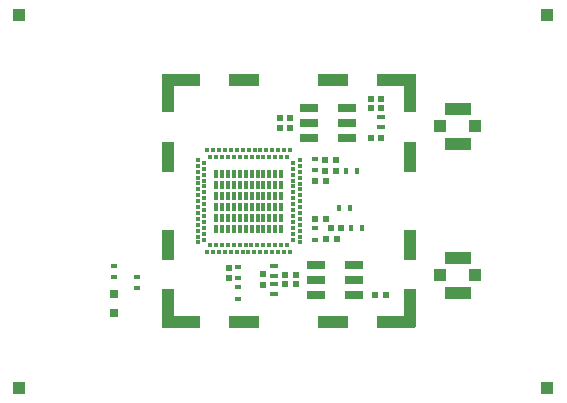
<source format=gtp>
G04 (created by PCBNEW (2013-07-07 BZR 4022)-stable) date 24/11/2015 00:30:32*
%MOIN*%
G04 Gerber Fmt 3.4, Leading zero omitted, Abs format*
%FSLAX34Y34*%
G01*
G70*
G90*
G04 APERTURE LIST*
%ADD10C,0.00590551*%
%ADD11R,0.0195X0.0175*%
%ADD12R,0.0175X0.0195*%
%ADD13R,0.0259X0.014*%
%ADD14R,0.0195X0.0195*%
%ADD15R,0.0393701X0.0393701*%
%ADD16R,0.0866142X0.0413386*%
%ADD17R,0.0392X0.0392*%
%ADD18R,0.0117X0.0275*%
%ADD19R,0.0117X0.0117*%
%ADD20R,0.0117X0.0177*%
%ADD21R,0.0177X0.0117*%
%ADD22R,0.0314X0.0314*%
%ADD23R,0.129921X0.0393701*%
%ADD24R,0.0393701X0.129921*%
%ADD25R,0.102362X0.0393701*%
%ADD26R,0.0393701X0.102362*%
%ADD27R,0.0649606X0.0299213*%
G04 APERTURE END LIST*
G54D10*
G54D11*
X64291Y-54948D03*
X64291Y-54578D03*
G54D12*
X70996Y-52283D03*
X71366Y-52283D03*
G54D11*
X67657Y-54933D03*
X67657Y-55303D03*
X67657Y-54263D03*
X67657Y-54633D03*
G54D12*
X71232Y-51043D03*
X71602Y-51043D03*
G54D11*
X70216Y-53334D03*
X70216Y-52964D03*
G54D12*
X71409Y-52952D03*
X71779Y-52952D03*
G54D11*
X70216Y-50661D03*
X70216Y-51031D03*
X63503Y-54594D03*
X63503Y-54224D03*
G54D13*
X68848Y-54209D03*
X68848Y-54549D03*
X68848Y-55140D03*
X68848Y-54800D03*
G54D14*
X70551Y-50669D03*
X70905Y-50669D03*
X70551Y-51043D03*
X70905Y-51043D03*
X70216Y-51377D03*
X70570Y-51377D03*
X69222Y-54517D03*
X69576Y-54517D03*
X72204Y-55177D03*
X72558Y-55177D03*
X69025Y-49281D03*
X69379Y-49281D03*
X68484Y-54852D03*
X68484Y-54498D03*
X69025Y-49616D03*
X69379Y-49616D03*
X70728Y-52952D03*
X71082Y-52952D03*
X70216Y-52637D03*
X70570Y-52637D03*
X67342Y-54271D03*
X67342Y-54625D03*
X72067Y-49940D03*
X72421Y-49940D03*
X69222Y-54832D03*
X69576Y-54832D03*
X70571Y-53326D03*
X70925Y-53326D03*
G54D15*
X75551Y-54527D03*
X74370Y-54527D03*
G54D16*
X74960Y-55108D03*
X74960Y-53946D03*
G54D15*
X75551Y-49566D03*
X74370Y-49566D03*
G54D16*
X74960Y-50147D03*
X74960Y-48986D03*
G54D17*
X60354Y-58267D03*
X60354Y-45866D03*
X77952Y-58267D03*
X77952Y-45866D03*
G54D18*
X68487Y-52974D03*
X68487Y-52606D03*
X68487Y-52242D03*
X68487Y-51871D03*
X68487Y-51506D03*
X68487Y-51139D03*
X68682Y-51139D03*
X68684Y-51506D03*
X68684Y-51871D03*
X68684Y-52242D03*
X68684Y-52606D03*
X68684Y-52974D03*
X69072Y-52974D03*
X69072Y-52606D03*
X69072Y-52242D03*
X69072Y-51871D03*
X69072Y-51506D03*
X69072Y-51139D03*
X68875Y-51139D03*
X68875Y-51506D03*
X68875Y-51871D03*
X68875Y-52242D03*
X68875Y-52606D03*
X68875Y-52974D03*
X67707Y-52974D03*
X67707Y-52606D03*
X67707Y-52242D03*
X67707Y-51871D03*
X67707Y-51506D03*
X67707Y-51139D03*
X67902Y-51139D03*
X67904Y-51506D03*
X67904Y-51871D03*
X67904Y-52242D03*
X67904Y-52606D03*
X67904Y-52974D03*
X68292Y-52974D03*
X68292Y-52606D03*
X68292Y-52242D03*
X68292Y-51871D03*
X68292Y-51506D03*
X68292Y-51139D03*
X68095Y-51139D03*
X68095Y-51506D03*
X68095Y-51871D03*
X68095Y-52242D03*
X68095Y-52606D03*
X68095Y-52974D03*
X67312Y-52974D03*
X67312Y-52606D03*
X67312Y-52242D03*
X67312Y-51871D03*
X67312Y-51506D03*
X67312Y-51139D03*
X67509Y-51139D03*
X67510Y-51506D03*
X67510Y-51871D03*
X67510Y-52242D03*
X67510Y-52606D03*
X67510Y-52974D03*
X67120Y-52974D03*
X67120Y-52606D03*
X67120Y-52242D03*
X67120Y-51871D03*
X67120Y-51506D03*
X67120Y-51139D03*
G54D19*
X69081Y-50580D03*
X69278Y-50580D03*
X68883Y-50580D03*
X68686Y-50580D03*
X68490Y-50580D03*
X68293Y-50580D03*
X68096Y-50580D03*
X67900Y-50580D03*
X67703Y-50580D03*
X67505Y-50580D03*
X67308Y-50580D03*
X67111Y-50580D03*
X66916Y-50580D03*
G54D20*
X69375Y-50356D03*
X69178Y-50356D03*
X68983Y-50356D03*
X68786Y-50356D03*
X68588Y-50356D03*
X68391Y-50356D03*
X68195Y-50356D03*
X67998Y-50356D03*
X67801Y-50356D03*
X67605Y-50356D03*
X67408Y-50356D03*
X67211Y-50356D03*
X67013Y-50356D03*
X66816Y-50356D03*
G54D19*
X66718Y-50580D03*
G54D21*
X69698Y-50679D03*
G54D19*
X69473Y-50779D03*
G54D21*
X69698Y-50878D03*
X69698Y-51074D03*
X69698Y-51271D03*
X69698Y-51468D03*
X69698Y-51664D03*
X69696Y-51861D03*
X69698Y-52058D03*
X69698Y-52254D03*
X69698Y-52453D03*
X69698Y-52648D03*
X69698Y-52846D03*
X69698Y-53043D03*
X69698Y-53238D03*
X69698Y-53426D03*
G54D19*
X69473Y-50976D03*
X69473Y-51171D03*
X69473Y-51369D03*
X69473Y-51566D03*
X69473Y-51763D03*
X69473Y-51959D03*
X69473Y-52158D03*
X69473Y-52353D03*
X69473Y-52549D03*
X69473Y-52748D03*
X69473Y-52944D03*
X69473Y-53338D03*
X69473Y-53141D03*
X69075Y-53531D03*
X69271Y-53531D03*
X68878Y-53531D03*
X68681Y-53531D03*
X68483Y-53531D03*
X68288Y-53531D03*
X68091Y-53531D03*
X67893Y-53531D03*
X67696Y-53531D03*
X67500Y-53531D03*
X67303Y-53531D03*
X67105Y-53531D03*
X66910Y-53531D03*
G54D20*
X69368Y-53756D03*
X69171Y-53756D03*
X68976Y-53756D03*
X68780Y-53756D03*
X68583Y-53756D03*
X68386Y-53756D03*
X68188Y-53756D03*
X67991Y-53756D03*
X67795Y-53755D03*
X67598Y-53756D03*
X67401Y-53756D03*
X67205Y-53756D03*
X67008Y-53756D03*
X66811Y-53756D03*
G54D19*
X66713Y-53531D03*
G54D20*
X66613Y-53756D03*
X66619Y-50356D03*
G54D21*
X66296Y-50678D03*
G54D19*
X66521Y-50777D03*
G54D21*
X66296Y-50875D03*
X66296Y-51072D03*
X66296Y-51269D03*
X66296Y-51466D03*
X66296Y-51663D03*
X66296Y-51859D03*
X66296Y-52056D03*
X66296Y-52253D03*
X66296Y-52450D03*
X66296Y-52647D03*
X66296Y-52844D03*
X66296Y-53041D03*
X66296Y-53236D03*
X66296Y-53433D03*
G54D19*
X66521Y-50974D03*
X66521Y-51170D03*
X66521Y-51367D03*
X66521Y-51564D03*
X66521Y-51761D03*
X66521Y-51958D03*
X66521Y-52155D03*
X66521Y-52352D03*
X66521Y-52548D03*
X66521Y-52745D03*
X66521Y-52942D03*
X66521Y-53336D03*
X66521Y-53139D03*
G54D18*
X66924Y-51139D03*
X66924Y-51506D03*
X66924Y-51871D03*
X66924Y-52242D03*
X66924Y-52606D03*
X66924Y-52974D03*
G54D22*
X63503Y-55787D03*
X63503Y-55157D03*
G54D23*
X72913Y-56082D03*
G54D24*
X73366Y-55629D03*
G54D23*
X65748Y-56082D03*
G54D24*
X65295Y-55629D03*
X73366Y-48464D03*
G54D23*
X72913Y-48011D03*
X65748Y-48011D03*
G54D24*
X65295Y-48464D03*
G54D25*
X70807Y-48011D03*
X67854Y-48011D03*
X67854Y-56082D03*
G54D26*
X65295Y-50570D03*
X65295Y-53523D03*
X73366Y-50570D03*
X73366Y-53523D03*
G54D25*
X70807Y-56082D03*
G54D27*
X70250Y-55175D03*
X70250Y-54175D03*
X71501Y-55175D03*
X71501Y-54175D03*
X71501Y-54675D03*
X70250Y-54675D03*
X70023Y-49948D03*
X70023Y-48948D03*
X71275Y-49948D03*
X71275Y-48948D03*
X71275Y-49448D03*
X70023Y-49448D03*
G54D13*
X72421Y-49239D03*
X72421Y-49579D03*
G54D14*
X72421Y-48641D03*
X72067Y-48641D03*
X72421Y-48956D03*
X72067Y-48956D03*
M02*

</source>
